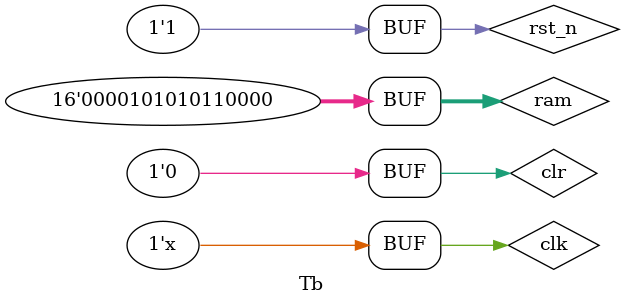
<source format=v>
`timescale 1ns/1ns
module Tb;

reg clk, rst_n, din, din_vld, clr;
wire [7:0] dout;
wire dout_vld;

parameter PERIOD = 10;

CrcSerial uut(
			.clk(clk),
			.rst_n(rst_n),
			.din(din),
			.din_vld(din_vld),
			.clr(clr),
			.dout(dout),
			.dout_vld(dout_vld)
);

initial begin
	rst_n 	= 0;
	clk   	= 0;
	din   	= 0;
	din_vld = 0;
	clr 	= 0;
	#(20 * PERIOD);
	rst_n	= 1;
end

always #(PERIOD/2) clk = ~clk;

reg [3:0] cnt;
always@(posedge clk or negedge rst_n)begin
	if(!rst_n)
		cnt <= 4'd0;
	else if(cnt == 4'd15)
		cnt <= cnt;
	else
		cnt <= cnt + 1;
end

always@(posedge clk or negedge rst_n)begin
	if(!rst_n)
		din_vld <= 1'b0;
	else if( cnt >= 4 && cnt <= 11)
		din_vld <= 1'b1;
	else
		din_vld <= 1'b0;
end

reg [15:0] ram = 15'b0000_1010_1011_0000;
always@(posedge clk or negedge rst_n)begin
	if(!rst_n)
		din <= 1'b0;
	else
		din <= ram[15 - cnt];
end
endmodule 
</source>
